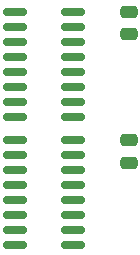
<source format=gbr>
%TF.GenerationSoftware,KiCad,Pcbnew,(6.0.6)*%
%TF.CreationDate,2022-09-21T08:03:07-07:00*%
%TF.ProjectId,takshaka-mux-board-rounded,74616b73-6861-46b6-912d-6d75782d626f,rev?*%
%TF.SameCoordinates,Original*%
%TF.FileFunction,Paste,Top*%
%TF.FilePolarity,Positive*%
%FSLAX46Y46*%
G04 Gerber Fmt 4.6, Leading zero omitted, Abs format (unit mm)*
G04 Created by KiCad (PCBNEW (6.0.6)) date 2022-09-21 08:03:07*
%MOMM*%
%LPD*%
G01*
G04 APERTURE LIST*
G04 Aperture macros list*
%AMRoundRect*
0 Rectangle with rounded corners*
0 $1 Rounding radius*
0 $2 $3 $4 $5 $6 $7 $8 $9 X,Y pos of 4 corners*
0 Add a 4 corners polygon primitive as box body*
4,1,4,$2,$3,$4,$5,$6,$7,$8,$9,$2,$3,0*
0 Add four circle primitives for the rounded corners*
1,1,$1+$1,$2,$3*
1,1,$1+$1,$4,$5*
1,1,$1+$1,$6,$7*
1,1,$1+$1,$8,$9*
0 Add four rect primitives between the rounded corners*
20,1,$1+$1,$2,$3,$4,$5,0*
20,1,$1+$1,$4,$5,$6,$7,0*
20,1,$1+$1,$6,$7,$8,$9,0*
20,1,$1+$1,$8,$9,$2,$3,0*%
G04 Aperture macros list end*
%ADD10RoundRect,0.150000X0.825000X0.150000X-0.825000X0.150000X-0.825000X-0.150000X0.825000X-0.150000X0*%
%ADD11RoundRect,0.250000X-0.475000X0.250000X-0.475000X-0.250000X0.475000X-0.250000X0.475000X0.250000X0*%
%ADD12RoundRect,0.150000X-0.825000X-0.150000X0.825000X-0.150000X0.825000X0.150000X-0.825000X0.150000X0*%
G04 APERTURE END LIST*
D10*
%TO.C,U2*%
X241275000Y-141955000D03*
X241275000Y-140685000D03*
X241275000Y-139415000D03*
X241275000Y-138145000D03*
X241275000Y-136875000D03*
X241275000Y-135605000D03*
X241275000Y-134335000D03*
X241275000Y-133065000D03*
X236325000Y-133065000D03*
X236325000Y-134335000D03*
X236325000Y-135605000D03*
X236325000Y-136875000D03*
X236325000Y-138145000D03*
X236325000Y-139415000D03*
X236325000Y-140685000D03*
X236325000Y-141955000D03*
%TD*%
D11*
%TO.C,C2*%
X245960000Y-143940000D03*
X245960000Y-145840000D03*
%TD*%
%TO.C,C1*%
X245960000Y-133070000D03*
X245960000Y-134970000D03*
%TD*%
D12*
%TO.C,U1*%
X236325000Y-143965000D03*
X236325000Y-145235000D03*
X236325000Y-146505000D03*
X236325000Y-147775000D03*
X236325000Y-149045000D03*
X236325000Y-150315000D03*
X236325000Y-151585000D03*
X236325000Y-152855000D03*
X241275000Y-152855000D03*
X241275000Y-151585000D03*
X241275000Y-150315000D03*
X241275000Y-149045000D03*
X241275000Y-147775000D03*
X241275000Y-146505000D03*
X241275000Y-145235000D03*
X241275000Y-143965000D03*
%TD*%
M02*

</source>
